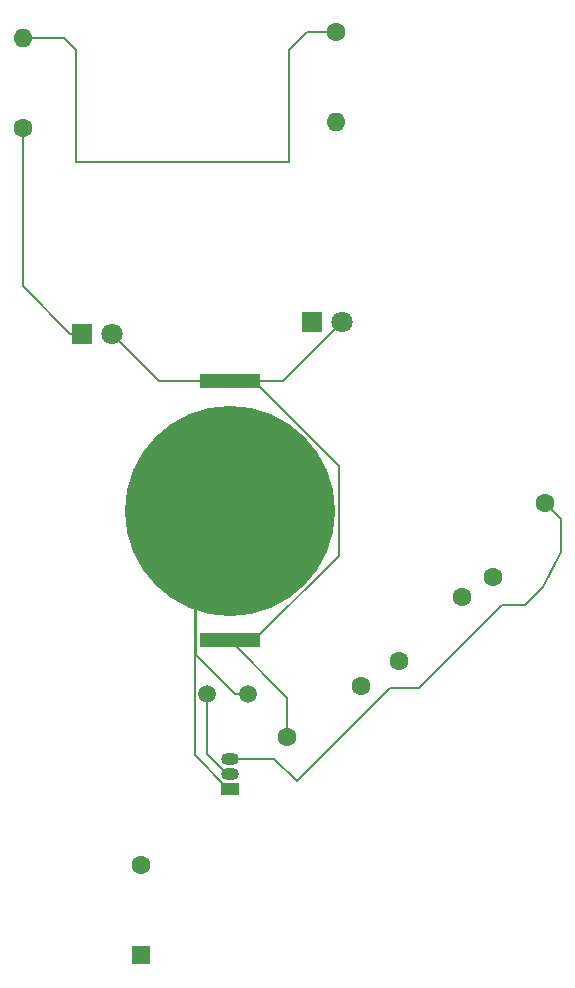
<source format=gbr>
%TF.GenerationSoftware,KiCad,Pcbnew,9.0.1*%
%TF.CreationDate,2025-04-10T00:36:23+08:00*%
%TF.ProjectId,juicePCB,6a756963-6550-4434-922e-6b696361645f,rev?*%
%TF.SameCoordinates,Original*%
%TF.FileFunction,Copper,L2,Bot*%
%TF.FilePolarity,Positive*%
%FSLAX46Y46*%
G04 Gerber Fmt 4.6, Leading zero omitted, Abs format (unit mm)*
G04 Created by KiCad (PCBNEW 9.0.1) date 2025-04-10 00:36:23*
%MOMM*%
%LPD*%
G01*
G04 APERTURE LIST*
G04 Aperture macros list*
%AMRoundRect*
0 Rectangle with rounded corners*
0 $1 Rounding radius*
0 $2 $3 $4 $5 $6 $7 $8 $9 X,Y pos of 4 corners*
0 Add a 4 corners polygon primitive as box body*
4,1,4,$2,$3,$4,$5,$6,$7,$8,$9,$2,$3,0*
0 Add four circle primitives for the rounded corners*
1,1,$1+$1,$2,$3*
1,1,$1+$1,$4,$5*
1,1,$1+$1,$6,$7*
1,1,$1+$1,$8,$9*
0 Add four rect primitives between the rounded corners*
20,1,$1+$1,$2,$3,$4,$5,0*
20,1,$1+$1,$4,$5,$6,$7,0*
20,1,$1+$1,$6,$7,$8,$9,0*
20,1,$1+$1,$8,$9,$2,$3,0*%
%AMHorizOval*
0 Thick line with rounded ends*
0 $1 width*
0 $2 $3 position (X,Y) of the first rounded end (center of the circle)*
0 $4 $5 position (X,Y) of the second rounded end (center of the circle)*
0 Add line between two ends*
20,1,$1,$2,$3,$4,$5,0*
0 Add two circle primitives to create the rounded ends*
1,1,$1,$2,$3*
1,1,$1,$4,$5*%
G04 Aperture macros list end*
%TA.AperFunction,ComponentPad*%
%ADD10C,1.600000*%
%TD*%
%TA.AperFunction,ComponentPad*%
%ADD11HorizOval,1.600000X0.000000X0.000000X0.000000X0.000000X0*%
%TD*%
%TA.AperFunction,ComponentPad*%
%ADD12R,1.800000X1.800000*%
%TD*%
%TA.AperFunction,ComponentPad*%
%ADD13C,1.800000*%
%TD*%
%TA.AperFunction,ComponentPad*%
%ADD14O,1.600000X1.600000*%
%TD*%
%TA.AperFunction,ComponentPad*%
%ADD15C,1.500000*%
%TD*%
%TA.AperFunction,ComponentPad*%
%ADD16HorizOval,1.600000X0.000000X0.000000X0.000000X0.000000X0*%
%TD*%
%TA.AperFunction,ComponentPad*%
%ADD17HorizOval,1.600000X0.000000X0.000000X0.000000X0.000000X0*%
%TD*%
%TA.AperFunction,ComponentPad*%
%ADD18R,1.500000X1.050000*%
%TD*%
%TA.AperFunction,ComponentPad*%
%ADD19O,1.500000X1.050000*%
%TD*%
%TA.AperFunction,ComponentPad*%
%ADD20RoundRect,0.250000X0.550000X-0.550000X0.550000X0.550000X-0.550000X0.550000X-0.550000X-0.550000X0*%
%TD*%
%TA.AperFunction,SMDPad,CuDef*%
%ADD21R,5.080000X1.270000*%
%TD*%
%TA.AperFunction,SMDPad,CuDef*%
%ADD22C,17.800000*%
%TD*%
%TA.AperFunction,Conductor*%
%ADD23C,0.200000*%
%TD*%
G04 APERTURE END LIST*
D10*
%TO.P,R1,1*%
%TO.N,+3V0*%
X151805844Y-119639234D03*
D11*
%TO.P,R1,2*%
%TO.N,Net-(SW1-B)*%
X158047783Y-115268581D03*
%TD*%
D12*
%TO.P,D1,1,K*%
%TO.N,Net-(D1-K)*%
X134386813Y-85453907D03*
D13*
%TO.P,D1,2,A*%
%TO.N,+3V0*%
X136926813Y-85453907D03*
%TD*%
D10*
%TO.P,R2,1*%
%TO.N,Net-(D1-K)*%
X129426813Y-68073907D03*
D14*
%TO.P,R2,2*%
%TO.N,Net-(R2-Pad2)*%
X129426813Y-60453907D03*
%TD*%
D15*
%TO.P,R6,1*%
%TO.N,Net-(Q1-B)*%
X145026813Y-115953907D03*
%TO.P,R6,2*%
%TO.N,Earth*%
X148426813Y-115953907D03*
%TD*%
D10*
%TO.P,R3,1*%
%TO.N,Net-(R2-Pad2)*%
X155926813Y-59953907D03*
D14*
%TO.P,R3,2*%
%TO.N,Net-(Q1-C)*%
X155926813Y-67573907D03*
%TD*%
D10*
%TO.P,R5,1*%
%TO.N,Net-(R4-Pad2)*%
X169241487Y-106074877D03*
D16*
%TO.P,R5,2*%
%TO.N,Net-(Q1-C)*%
X173612139Y-99832938D03*
%TD*%
D10*
%TO.P,R4,1*%
%TO.N,Net-(D2-K)*%
X161232736Y-113147984D03*
D17*
%TO.P,R4,2*%
%TO.N,Net-(R4-Pad2)*%
X166620890Y-107759830D03*
%TD*%
D12*
%TO.P,D2,1,K*%
%TO.N,Net-(D2-K)*%
X153886813Y-84453907D03*
D13*
%TO.P,D2,2,A*%
%TO.N,+3V0*%
X156426813Y-84453907D03*
%TD*%
D18*
%TO.P,Q1,1,E*%
%TO.N,Earth*%
X146926813Y-123993907D03*
D19*
%TO.P,Q1,2,B*%
%TO.N,Net-(Q1-B)*%
X146926813Y-122723907D03*
%TO.P,Q1,3,C*%
%TO.N,Net-(Q1-C)*%
X146926813Y-121453907D03*
%TD*%
D20*
%TO.P,SW1,1,A*%
%TO.N,Net-(Q1-B)*%
X139426813Y-138073907D03*
D10*
%TO.P,SW1,2,B*%
%TO.N,Net-(SW1-B)*%
X139426813Y-130453907D03*
%TD*%
D21*
%TO.P,BT1,1,+*%
%TO.N,+3V0*%
X146926813Y-89468907D03*
X146926813Y-111438907D03*
D22*
%TO.P,BT1,2,-*%
%TO.N,Earth*%
X146926813Y-100453907D03*
%TD*%
D23*
%TO.N,Earth*%
X143975813Y-103404907D02*
X143975813Y-121166047D01*
X147366153Y-115953907D02*
X148426813Y-115953907D01*
X146926813Y-100453907D02*
X144085813Y-103294907D01*
X144085813Y-103294907D02*
X144085813Y-112673567D01*
X143975813Y-121166047D02*
X146803673Y-123993907D01*
X146803673Y-123993907D02*
X146926813Y-123993907D01*
X146926813Y-100453907D02*
X143975813Y-103404907D01*
X144085813Y-112673567D02*
X147366153Y-115953907D01*
%TO.N,+3V0*%
X140941813Y-89468907D02*
X136926813Y-85453907D01*
X151411813Y-89468907D02*
X156426813Y-84453907D01*
X146926813Y-89468907D02*
X140941813Y-89468907D01*
X156127813Y-96642728D02*
X148953992Y-89468907D01*
X148953992Y-111438907D02*
X156127813Y-104265086D01*
X156127813Y-104265086D02*
X156127813Y-96642728D01*
X146926813Y-111438907D02*
X151805844Y-116317938D01*
X146926813Y-89468907D02*
X151411813Y-89468907D01*
X151805844Y-116317938D02*
X151805844Y-119639234D01*
X146926813Y-111438907D02*
X148953992Y-111438907D01*
X148953992Y-89468907D02*
X146926813Y-89468907D01*
%TO.N,Net-(D1-K)*%
X134386813Y-85453907D02*
X133426813Y-85453907D01*
X129426813Y-81453907D02*
X129426813Y-68073907D01*
X133426813Y-85453907D02*
X129426813Y-81453907D01*
%TO.N,Net-(Q1-B)*%
X146701813Y-122723907D02*
X145026813Y-121048907D01*
X145026813Y-121048907D02*
X145026813Y-115953907D01*
X146926813Y-122723907D02*
X146701813Y-122723907D01*
%TO.N,Net-(Q1-C)*%
X171914303Y-108453907D02*
X173426813Y-106941397D01*
X150661863Y-121453907D02*
X146926813Y-121453907D01*
X174926813Y-101147612D02*
X173612139Y-99832938D01*
X160483863Y-115453907D02*
X162926813Y-115453907D01*
X174926813Y-103919902D02*
X174926813Y-101147612D01*
X152572863Y-123364907D02*
X160483863Y-115453907D01*
X152572863Y-123364907D02*
X150661863Y-121453907D01*
X162926813Y-115453907D02*
X169926813Y-108453907D01*
X173426813Y-106941397D02*
X174926813Y-103919902D01*
X169926813Y-108453907D02*
X171914303Y-108453907D01*
%TO.N,Net-(R2-Pad2)*%
X133926813Y-61453907D02*
X133926813Y-70953907D01*
X153426813Y-59953907D02*
X155926813Y-59953907D01*
X151926813Y-70953907D02*
X151926813Y-61453907D01*
X151926813Y-61453907D02*
X153426813Y-59953907D01*
X129426813Y-60453907D02*
X132926813Y-60453907D01*
X133926813Y-70953907D02*
X151926813Y-70953907D01*
X132926813Y-60453907D02*
X133926813Y-61453907D01*
%TD*%
M02*

</source>
